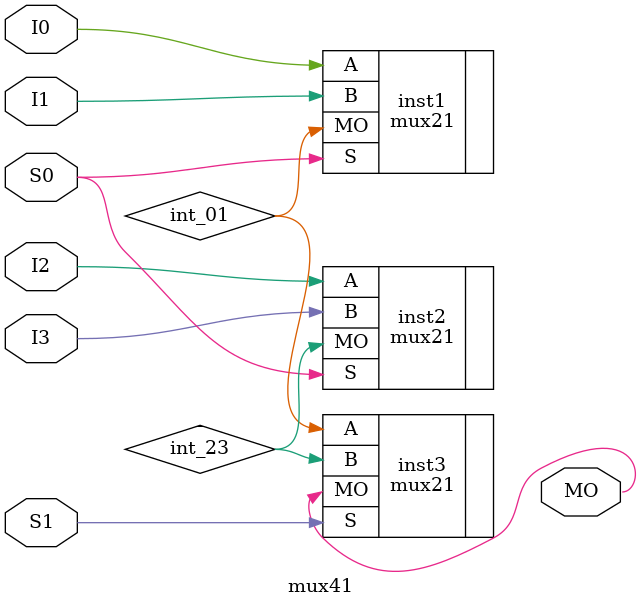
<source format=v>

module mux41_spc( MO, INP, S0, S1, PASSN);
	input [3:0] INP;
	input S0, S1, PASSN;
	output MO;

	mux21 inst1(.MO(int_01), .A(INP[0]), .B(INP[1]), .S(S0));
	mux21 inst2(.MO(int_23), .A(INP[2]), .B(INP[3]), .S(S0));
	mux21 inst3(.MO(int_0123), .A(int_01), .B(int_23), .S(S1));

	INV inst4(.Y(PASSN_INV), .IN1(PASSN));
	AND2 inst5(.Y(MO), .IN1(int_0123), .IN2(PASSN_INV));
endmodule

// special 2-to-1 mux: 
// output of 2-1 mux is gated with PASS input
// output = 0 if pass = 0
// output = one of inputs if pass = 1
module mux21_spc( MO, IN0, IN1, S, PASS);
	input  IN0, IN1;
	input S;
	input PASS;
	output MO;

	mux21 inst1(.MO(int_01), .A(IN0), .B(IN1), .S(S));
	AND2 inst3(.Y(MO), .IN1(int_01), .IN2(PASS));
	
endmodule

module stratixiii_clkselect (
    inclk,
    clkselect,
    outclk );

	input [3:0] inclk;
	input [1:0] clkselect;
	output outclk;

	mux41 mux_inst( .MO(outclk), .I0(inclk[0]), .I1(inclk[1]), .I2(inclk[2]), .I3(inclk[3]), .S0(clkselect[0]), .S1(clkselect[1]) );

endmodule

// 4-to-1 mux: 
module mux41( MO, I0, I1, I2, I3, S0, S1);
	input I0, I1, I2, I3;
	input S0, S1;
	output MO;

	mux21 inst1(.MO(int_01), .A(I0), .B(I1), .S(S0));
	mux21 inst2(.MO(int_23), .A(I2), .B(I3), .S(S0));
	mux21 inst3(.MO(MO), .A(int_01), .B(int_23), .S(S1));

endmodule

</source>
